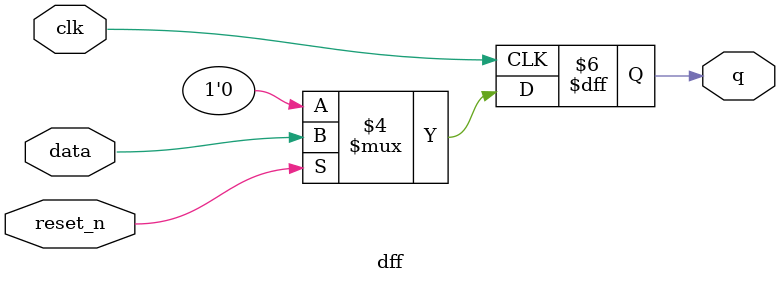
<source format=v>
module dff(input clk,   // defaults it datatype as wire
           input reset_n,
           input data,
           output reg q ); 
  
  always@(posedge clk) begin 
    if(!reset_n) 
     begin 
       q<='b0;
     end 
    else 
     begin 
       q<=data;
     end
  end 
endmodule 

</source>
